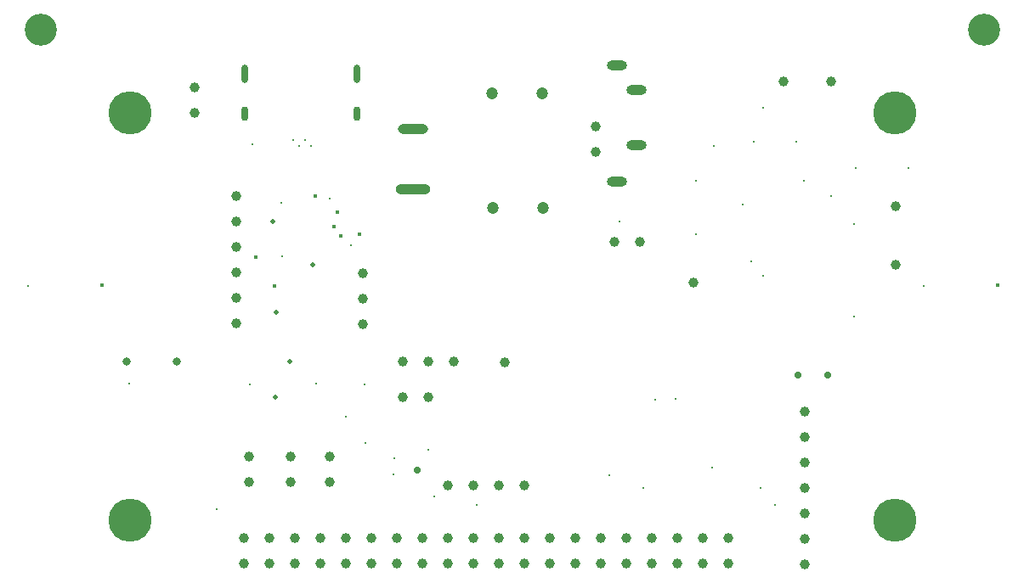
<source format=gbr>
%TF.GenerationSoftware,KiCad,Pcbnew,7.0.2*%
%TF.CreationDate,2024-08-07T09:48:10-07:00*%
%TF.ProjectId,MK-KS-MkV,4d4b2d4b-532d-44d6-9b56-2e6b69636164,1.0*%
%TF.SameCoordinates,PX3a67068PY5e08f30*%
%TF.FileFunction,Plated,1,2,PTH,Mixed*%
%TF.FilePolarity,Positive*%
%FSLAX46Y46*%
G04 Gerber Fmt 4.6, Leading zero omitted, Abs format (unit mm)*
G04 Created by KiCad (PCBNEW 7.0.2) date 2024-08-07 09:48:10*
%MOMM*%
%LPD*%
G01*
G04 APERTURE LIST*
%TA.AperFunction,ViaDrill*%
%ADD10C,0.300000*%
%TD*%
%TA.AperFunction,ViaDrill*%
%ADD11C,0.400000*%
%TD*%
%TA.AperFunction,ViaDrill*%
%ADD12C,0.500000*%
%TD*%
G04 aperture for slot hole*
%TA.AperFunction,ComponentDrill*%
%ADD13O,0.650000X1.850000*%
%TD*%
G04 aperture for slot hole*
%TA.AperFunction,ComponentDrill*%
%ADD14O,0.650000X1.450000*%
%TD*%
%TA.AperFunction,ViaDrill*%
%ADD15C,0.700000*%
%TD*%
%TA.AperFunction,ComponentDrill*%
%ADD16C,0.800000*%
%TD*%
%TA.AperFunction,ComponentDrill*%
%ADD17C,1.000000*%
%TD*%
G04 aperture for slot hole*
%TA.AperFunction,ComponentDrill*%
%ADD18O,3.000000X1.000000*%
%TD*%
G04 aperture for slot hole*
%TA.AperFunction,ComponentDrill*%
%ADD19O,3.500000X1.000000*%
%TD*%
G04 aperture for slot hole*
%TA.AperFunction,ComponentDrill*%
%ADD20O,2.000000X1.000000*%
%TD*%
%TA.AperFunction,ComponentDrill*%
%ADD21C,1.200000*%
%TD*%
%TA.AperFunction,ComponentDrill*%
%ADD22C,3.200000*%
%TD*%
%TA.AperFunction,ComponentDrill*%
%ADD23C,4.300000*%
%TD*%
G04 APERTURE END LIST*
D10*
X-1197000Y-25576000D03*
X8880000Y-35320000D03*
X17521000Y-47820000D03*
X20880000Y-35370000D03*
X21148020Y-11486428D03*
X23968020Y-17276428D03*
X24078020Y-22656428D03*
X25198020Y-11036428D03*
X25748020Y-11586428D03*
X26384730Y-11012195D03*
X26938020Y-11576428D03*
X27425000Y-35281000D03*
X28848020Y-16906428D03*
X30450000Y-38600000D03*
X30948020Y-21486428D03*
X32300000Y-35420000D03*
X32360000Y-41290000D03*
X35170000Y-44420000D03*
X35290000Y-42800000D03*
X38600000Y-41900000D03*
X39200000Y-46575000D03*
X43490000Y-47440000D03*
X56700000Y-44500000D03*
X57700000Y-19150000D03*
X60100000Y-45750000D03*
X61250000Y-36900000D03*
X63300000Y-36850000D03*
X65350000Y-15050000D03*
X65350000Y-20450000D03*
X66900000Y-43700000D03*
X67050000Y-11600000D03*
X70000000Y-17460000D03*
X70850000Y-23100000D03*
X71030000Y-11180000D03*
X71750000Y-45700000D03*
X72000000Y-7800000D03*
X72000000Y-24600000D03*
X73191000Y-47427000D03*
X75300000Y-11160000D03*
X76100000Y-15100000D03*
X78800000Y-16600000D03*
X81050000Y-19400000D03*
X81050000Y-28600000D03*
X81270000Y-13800000D03*
X86450000Y-13800000D03*
X88020000Y-25580000D03*
D11*
X6168000Y-25537000D03*
X21448020Y-22686428D03*
X23348020Y-25586428D03*
X27375467Y-16613875D03*
X29248020Y-19686428D03*
X29618020Y-18216428D03*
X29948020Y-20586428D03*
X31752000Y-20386428D03*
X95385000Y-25541000D03*
D12*
X23148020Y-19186428D03*
X23400000Y-36700000D03*
X23448020Y-28186428D03*
X24800000Y-33100000D03*
X27148020Y-23486428D03*
D13*
%TO.C,J4*%
X20327000Y-4432000D03*
D14*
X20327000Y-8432000D03*
D13*
X31567000Y-4432000D03*
D14*
X31567000Y-8432000D03*
%TD*%
D15*
X37500000Y-44000000D03*
X75500000Y-34500000D03*
X78400000Y-34500000D03*
D16*
%TO.C,C4*%
X8602651Y-33100000D03*
X13602651Y-33100000D03*
D17*
%TO.C,JP6*%
X15357000Y-5769000D03*
X15357000Y-8309000D03*
%TO.C,J8*%
X19548020Y-16636428D03*
X19548020Y-19176428D03*
X19548020Y-21716428D03*
X19548020Y-24256428D03*
X19548020Y-26796428D03*
X19548020Y-29336428D03*
%TO.C,J5*%
X20301600Y-50705200D03*
X20301600Y-53245200D03*
%TO.C,JP2*%
X20800000Y-42635000D03*
X20800000Y-45175000D03*
%TO.C,J5*%
X22841600Y-50705200D03*
X22841600Y-53245200D03*
%TO.C,JP1*%
X24900000Y-42635000D03*
X24900000Y-45175000D03*
%TO.C,J5*%
X25381600Y-50705200D03*
X25381600Y-53245200D03*
X27921600Y-50705200D03*
X27921600Y-53245200D03*
%TO.C,JP3*%
X28850000Y-42635000D03*
X28850000Y-45175000D03*
%TO.C,J5*%
X30461600Y-50705200D03*
X30461600Y-53245200D03*
%TO.C,J7*%
X32148020Y-24331428D03*
X32148020Y-26871428D03*
X32148020Y-29411428D03*
%TO.C,J5*%
X33001600Y-50705200D03*
X33001600Y-53245200D03*
X35541600Y-50705200D03*
X35541600Y-53245200D03*
%TO.C,OP2*%
X36060000Y-36700000D03*
%TO.C,OP1*%
X36075000Y-33100000D03*
D18*
%TO.C,J2*%
X37150000Y-9950000D03*
D19*
X37150000Y-15950000D03*
D17*
%TO.C,J5*%
X38081600Y-50705200D03*
X38081600Y-53245200D03*
%TO.C,OP2*%
X38600000Y-36700000D03*
%TO.C,OP1*%
X38615000Y-33100000D03*
%TO.C,J6*%
X40580000Y-45525000D03*
%TO.C,J5*%
X40621600Y-50705200D03*
X40621600Y-53245200D03*
%TO.C,OP1*%
X41155000Y-33100000D03*
%TO.C,J6*%
X43120000Y-45525000D03*
%TO.C,J5*%
X43161600Y-50705200D03*
X43161600Y-53245200D03*
%TO.C,J6*%
X45660000Y-45525000D03*
%TO.C,J5*%
X45701600Y-50705200D03*
X45701600Y-53245200D03*
%TO.C,TP9*%
X46300000Y-33200000D03*
%TO.C,J6*%
X48200000Y-45525000D03*
%TO.C,J5*%
X48241600Y-50705200D03*
X48241600Y-53245200D03*
X50781600Y-50705200D03*
X50781600Y-53245200D03*
X53321600Y-50705200D03*
X53321600Y-53245200D03*
%TO.C,JP4*%
X55279000Y-9632000D03*
X55279000Y-12172000D03*
%TO.C,J5*%
X55861600Y-50705200D03*
X55861600Y-53245200D03*
%TO.C,JP5*%
X57195000Y-21181000D03*
D20*
%TO.C,J3*%
X57409000Y-3613000D03*
X57409000Y-15213000D03*
D17*
%TO.C,J5*%
X58401600Y-50705200D03*
X58401600Y-53245200D03*
D20*
%TO.C,J3*%
X59409000Y-6013000D03*
X59409000Y-11513000D03*
D17*
%TO.C,JP5*%
X59735000Y-21181000D03*
%TO.C,J5*%
X60941600Y-50705200D03*
X60941600Y-53245200D03*
X63481600Y-50705200D03*
X63481600Y-53245200D03*
%TO.C,TP7*%
X65046000Y-25223000D03*
%TO.C,J5*%
X66021600Y-50705200D03*
X66021600Y-53245200D03*
X68561600Y-50705200D03*
X68561600Y-53245200D03*
%TO.C,TP5*%
X74000000Y-5200000D03*
%TO.C,J1*%
X76174600Y-38093200D03*
X76174600Y-40633200D03*
X76174600Y-43173200D03*
X76174600Y-45713200D03*
X76174600Y-48253200D03*
X76174600Y-50793200D03*
X76174600Y-53333200D03*
%TO.C,TP6*%
X78800000Y-5200000D03*
%TO.C,TP10*%
X85200000Y-17600000D03*
%TO.C,TP8*%
X85200000Y-23500000D03*
D21*
%TO.C,ST1*%
X45000000Y-6400000D03*
%TO.C,ST2*%
X45068000Y-17766000D03*
%TO.C,ST1*%
X50000000Y-6400000D03*
%TO.C,ST2*%
X50068000Y-17766000D03*
D22*
%TO.C,M_KSI1*%
X0Y0D03*
%TO.C,M_KSI2*%
X93980000Y0D03*
D23*
%TO.C,SHLD-1*%
X8894000Y-8346000D03*
%TO.C,SHLD-4*%
X8894000Y-48986000D03*
%TO.C,SHLD-2*%
X85094000Y-8346000D03*
%TO.C,SHLD-3*%
X85094000Y-48986000D03*
M02*

</source>
